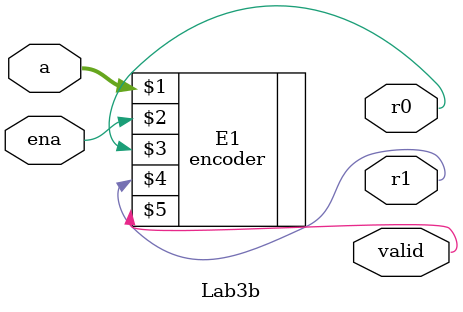
<source format=v>
module Lab3b(input [3:0]a, input ena, output r0, output r1, output valid);

encoder E1(a, ena, r0, r1, valid);


endmodule
</source>
